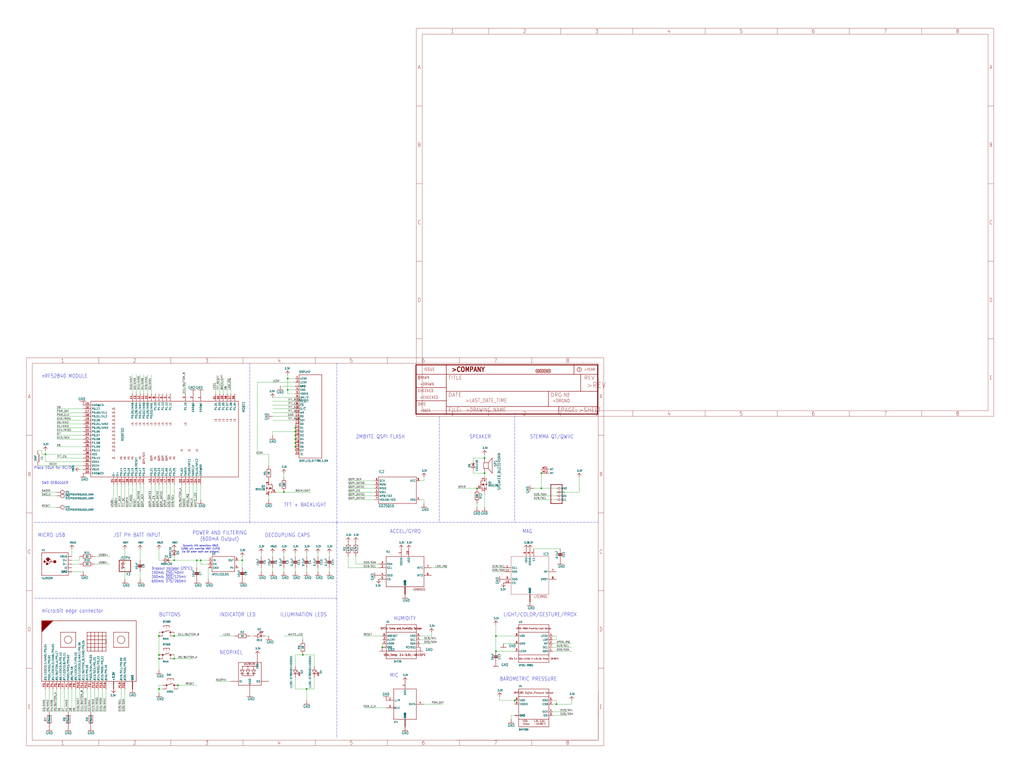
<source format=kicad_sch>
(kicad_sch (version 20211123) (generator eeschema)
  (paper "User" 687.07 520.141)
  (junction (at 190.5 330.2))
  (junction (at 198.12 294.64))
  (junction (at 345.44 469.9))
  (junction (at 106.68 439.42))
  (junction (at 193.04 254))
  (junction (at 116.84 441.96))
  (junction (at 198.12 289.56))
  (junction (at 373.38 472.44))
  (junction (at 256.54 434.34))
  (junction (at 203.2 439.42))
  (junction (at 106.68 426.72))
  (junction (at 198.12 297.18))
  (junction (at 193.04 261.62))
  (junction (at 198.12 292.1))
  (junction (at 119.38 459.74))
  (junction (at 205.74 462.28))
  (junction (at 30.48 304.8))
  (junction (at 162.56 375.92))
  (junction (at 332.74 436.88))
  (junction (at 106.68 462.28))
  (junction (at 116.84 426.72))
  (junction (at 363.22 327.66))
  (junction (at 132.08 375.92))
  (junction (at 198.12 299.72))
  (junction (at 198.12 287.02))
  (junction (at 116.84 375.92))
  (junction (at 134.62 375.92))
  (junction (at 363.22 317.5))
  (junction (at 106.68 441.96))
  (junction (at 325.12 317.5))
  (junction (at 320.04 327.66))
  (junction (at 332.74 426.72))
  (junction (at 325.12 307.34))
  (wire (pts (xy 358.14 335.28) (xy 373.38 335.28)))
  (wire (pts (xy 373.38 332.74) (xy 358.14 332.74)))
  (wire (pts (xy 233.68 332.74) (xy 251.46 332.74)))
  (wire (pts (xy 144.78 264.16) (xy 144.78 256.54)))
  (wire (pts (xy 198.12 287.02) (xy 198.12 289.56)))
  (wire (pts (xy 96.52 340.36) (xy 96.52 325.12)))
  (wire (pts (xy 73.66 378.46) (xy 63.5 378.46)))
  (wire (pts (xy 48.26 375.92) (xy 53.34 375.92)))
  (wire (pts (xy 345.44 480.06) (xy 342.9 480.06)))
  (wire (pts (xy 55.88 289.56) (xy 38.1 289.56)))
  (wire (pts (xy 162.56 375.92) (xy 162.56 373.38)))
  (wire (pts (xy 38.1 340.36) (xy 27.94 340.36)))
  (wire (pts (xy 198.12 383.54) (xy 198.12 381)))
  (wire (pts (xy 198.12 292.1) (xy 198.12 294.64)))
  (wire (pts (xy 281.94 429.26) (xy 289.56 429.26)))
  (wire (pts (xy 55.88 314.96) (xy 53.34 314.96)))
  (wire (pts (xy 198.12 261.62) (xy 193.04 261.62)))
  (polyline (pts (xy 226.06 350.52) (xy 226.06 401.32)))
  (wire (pts (xy 233.68 381) (xy 254 381)))
  (wire (pts (xy 114.3 375.92) (xy 116.84 375.92)))
  (wire (pts (xy 175.26 373.38) (xy 175.26 370.84)))
  (wire (pts (xy 325.12 307.34) (xy 317.5 307.34)))
  (wire (pts (xy 27.94 302.26) (xy 27.94 304.8)))
  (wire (pts (xy 198.12 279.4) (xy 182.88 279.4)))
  (wire (pts (xy 198.12 294.64) (xy 198.12 297.18)))
  (wire (pts (xy 342.9 480.06) (xy 342.9 482.6)))
  (wire (pts (xy 172.72 304.8) (xy 180.34 304.8)))
  (wire (pts (xy 383.54 436.88) (xy 370.84 436.88)))
  (wire (pts (xy 373.38 426.72) (xy 373.38 429.26)))
  (polyline (pts (xy 226.06 350.52) (xy 294.64 350.52)))
  (wire (pts (xy 363.22 314.96) (xy 363.22 317.5)))
  (wire (pts (xy 106.68 375.92) (xy 106.68 368.3)))
  (wire (pts (xy 55.88 304.8) (xy 30.48 304.8)))
  (polyline (pts (xy 167.64 350.52) (xy 167.64 243.84)))
  (wire (pts (xy 358.14 368.3) (xy 375.92 368.3)))
  (wire (pts (xy 101.6 340.36) (xy 101.6 325.12)))
  (wire (pts (xy 210.82 447.04) (xy 210.82 439.42)))
  (wire (pts (xy 55.88 462.28) (xy 55.88 477.52)))
  (wire (pts (xy 93.98 264.16) (xy 93.98 251.46)))
  (wire (pts (xy 119.38 459.74) (xy 132.08 459.74)))
  (wire (pts (xy 83.82 368.3) (xy 83.82 378.46)))
  (wire (pts (xy 251.46 322.58) (xy 233.68 322.58)))
  (wire (pts (xy 27.94 304.8) (xy 30.48 304.8)))
  (wire (pts (xy 198.12 454.66) (xy 198.12 462.28)))
  (wire (pts (xy 109.22 375.92) (xy 106.68 375.92)))
  (wire (pts (xy 198.12 274.32) (xy 182.88 274.32)))
  (wire (pts (xy 116.84 325.12) (xy 116.84 340.36)))
  (wire (pts (xy 198.12 256.54) (xy 172.72 256.54)))
  (wire (pts (xy 114.3 325.12) (xy 114.3 340.36)))
  (wire (pts (xy 238.76 378.46) (xy 238.76 373.38)))
  (wire (pts (xy 55.88 281.94) (xy 38.1 281.94)))
  (wire (pts (xy 284.48 335.28) (xy 284.48 337.82)))
  (wire (pts (xy 320.04 340.36) (xy 320.04 337.82)))
  (wire (pts (xy 111.76 325.12) (xy 111.76 340.36)))
  (wire (pts (xy 332.74 436.88) (xy 332.74 426.72)))
  (wire (pts (xy 53.34 375.92) (xy 53.34 373.38)))
  (wire (pts (xy 63.5 462.28) (xy 63.5 477.52)))
  (wire (pts (xy 345.44 431.8) (xy 337.82 431.8)))
  (wire (pts (xy 193.04 254) (xy 193.04 251.46)))
  (wire (pts (xy 256.54 426.72) (xy 243.84 426.72)))
  (wire (pts (xy 220.98 370.84) (xy 220.98 373.38)))
  (wire (pts (xy 78.74 325.12) (xy 78.74 340.36)))
  (wire (pts (xy 198.12 284.48) (xy 198.12 287.02)))
  (wire (pts (xy 109.22 325.12) (xy 109.22 340.36)))
  (wire (pts (xy 91.44 264.16) (xy 91.44 251.46)))
  (wire (pts (xy 370.84 472.44) (xy 373.38 472.44)))
  (wire (pts (xy 93.98 375.92) (xy 93.98 368.3)))
  (wire (pts (xy 203.2 426.72) (xy 190.5 426.72)))
  (wire (pts (xy 147.32 264.16) (xy 147.32 254)))
  (wire (pts (xy 220.98 381) (xy 220.98 383.54)))
  (wire (pts (xy 106.68 439.42) (xy 106.68 441.96)))
  (wire (pts (xy 55.88 284.48) (xy 38.1 284.48)))
  (wire (pts (xy 50.8 462.28) (xy 50.8 477.52)))
  (wire (pts (xy 48.26 368.3) (xy 48.26 373.38)))
  (wire (pts (xy 99.06 264.16) (xy 99.06 251.46)))
  (wire (pts (xy 203.2 439.42) (xy 198.12 439.42)))
  (wire (pts (xy 317.5 307.34) (xy 317.5 309.88)))
  (wire (pts (xy 149.86 264.16) (xy 149.86 254)))
  (wire (pts (xy 233.68 373.38) (xy 233.68 381)))
  (wire (pts (xy 157.48 426.72) (xy 147.32 426.72)))
  (wire (pts (xy 129.54 325.12) (xy 129.54 340.36)))
  (wire (pts (xy 182.88 271.78) (xy 198.12 271.78)))
  (polyline (pts (xy 167.64 350.52) (xy 226.06 350.52)))
  (wire (pts (xy 205.74 462.28) (xy 210.82 462.28)))
  (wire (pts (xy 55.88 309.88) (xy 30.48 309.88)))
  (wire (pts (xy 205.74 373.38) (xy 205.74 370.84)))
  (wire (pts (xy 55.88 294.64) (xy 38.1 294.64)))
  (wire (pts (xy 345.44 469.9) (xy 335.28 469.9)))
  (wire (pts (xy 76.2 340.36) (xy 76.2 325.12)))
  (wire (pts (xy 317.5 317.5) (xy 325.12 317.5)))
  (wire (pts (xy 116.84 439.42) (xy 116.84 441.96)))
  (wire (pts (xy 132.08 375.92) (xy 134.62 375.92)))
  (wire (pts (xy 73.66 373.38) (xy 63.5 373.38)))
  (wire (pts (xy 180.34 335.28) (xy 180.34 332.74)))
  (wire (pts (xy 320.04 327.66) (xy 307.34 327.66)))
  (wire (pts (xy 198.12 259.08) (xy 187.96 259.08)))
  (wire (pts (xy 106.68 462.28) (xy 106.68 464.82)))
  (wire (pts (xy 86.36 325.12) (xy 86.36 340.36)))
  (wire (pts (xy 289.56 381) (xy 299.72 381)))
  (wire (pts (xy 132.08 375.92) (xy 132.08 381)))
  (polyline (pts (xy 226.06 401.32) (xy 22.86 401.32)))
  (wire (pts (xy 205.74 381) (xy 205.74 383.54)))
  (wire (pts (xy 55.88 307.34) (xy 38.1 307.34)))
  (wire (pts (xy 213.36 370.84) (xy 213.36 373.38)))
  (wire (pts (xy 30.48 309.88) (xy 30.48 304.8)))
  (wire (pts (xy 71.12 462.28) (xy 71.12 477.52)))
  (wire (pts (xy 106.68 424.18) (xy 106.68 426.72)))
  (wire (pts (xy 388.62 330.2) (xy 388.62 320.04)))
  (wire (pts (xy 48.26 462.28) (xy 48.26 477.52)))
  (wire (pts (xy 182.88 276.86) (xy 198.12 276.86)))
  (wire (pts (xy 33.02 462.28) (xy 33.02 477.52)))
  (wire (pts (xy 182.88 289.56) (xy 182.88 292.1)))
  (wire (pts (xy 55.88 312.42) (xy 25.4 312.42)))
  (wire (pts (xy 83.82 325.12) (xy 83.82 340.36)))
  (wire (pts (xy 40.64 462.28) (xy 40.64 477.52)))
  (wire (pts (xy 160.02 375.92) (xy 162.56 375.92)))
  (wire (pts (xy 373.38 327.66) (xy 363.22 327.66)))
  (wire (pts (xy 134.62 375.92) (xy 134.62 378.46)))
  (wire (pts (xy 337.82 381) (xy 330.2 381)))
  (wire (pts (xy 132.08 325.12) (xy 132.08 340.36)))
  (wire (pts (xy 43.18 462.28) (xy 43.18 477.52)))
  (polyline (pts (xy 294.64 350.52) (xy 345.44 350.52)))
  (wire (pts (xy 213.36 383.54) (xy 213.36 381)))
  (wire (pts (xy 55.88 274.32) (xy 38.1 274.32)))
  (wire (pts (xy 284.48 322.58) (xy 284.48 320.04)))
  (wire (pts (xy 370.84 431.8) (xy 383.54 431.8)))
  (wire (pts (xy 284.48 472.44) (xy 297.18 472.44)))
  (wire (pts (xy 198.12 289.56) (xy 182.88 289.56)))
  (wire (pts (xy 233.68 330.2) (xy 251.46 330.2)))
  (wire (pts (xy 124.46 325.12) (xy 124.46 340.36)))
  (polyline (pts (xy 226.06 401.32) (xy 226.06 495.3)))
  (wire (pts (xy 88.9 264.16) (xy 88.9 251.46)))
  (wire (pts (xy 88.9 325.12) (xy 88.9 340.36)))
  (wire (pts (xy 68.58 462.28) (xy 68.58 477.52)))
  (wire (pts (xy 93.98 383.54) (xy 93.98 388.62)))
  (wire (pts (xy 81.28 462.28) (xy 81.28 477.52)))
  (wire (pts (xy 198.12 370.84) (xy 198.12 373.38)))
  (wire (pts (xy 370.84 469.9) (xy 373.38 469.9)))
  (wire (pts (xy 198.12 266.7) (xy 182.88 266.7)))
  (wire (pts (xy 121.92 325.12) (xy 121.92 340.36)))
  (wire (pts (xy 58.42 462.28) (xy 58.42 477.52)))
  (wire (pts (xy 38.1 276.86) (xy 55.88 276.86)))
  (polyline (pts (xy 22.86 350.52) (xy 167.64 350.52)))
  (polyline (pts (xy 226.06 350.52) (xy 226.06 243.84)))
  (wire (pts (xy 81.28 325.12) (xy 81.28 340.36)))
  (polyline (pts (xy 345.44 350.52) (xy 401.32 350.52)))
  (wire (pts (xy 116.84 373.38) (xy 116.84 375.92)))
  (wire (pts (xy 233.68 335.28) (xy 251.46 335.28)))
  (wire (pts (xy 332.74 426.72) (xy 332.74 419.1)))
  (wire (pts (xy 281.94 426.72) (xy 289.56 426.72)))
  (wire (pts (xy 259.08 474.98) (xy 243.84 474.98)))
  (wire (pts (xy 373.38 472.44) (xy 383.54 472.44)))
  (wire (pts (xy 345.44 472.44) (xy 345.44 469.9)))
  (wire (pts (xy 139.7 381) (xy 139.7 388.62)))
  (wire (pts (xy 116.84 424.18) (xy 116.84 426.72)))
  (wire (pts (xy 134.62 335.28) (xy 134.62 325.12)))
  (wire (pts (xy 109.22 462.28) (xy 106.68 462.28)))
  (wire (pts (xy 345.44 436.88) (xy 332.74 436.88)))
  (wire (pts (xy 25.4 302.26) (xy 27.94 302.26)))
  (wire (pts (xy 210.82 462.28) (xy 210.82 454.66)))
  (wire (pts (xy 251.46 325.12) (xy 233.68 325.12)))
  (wire (pts (xy 104.14 340.36) (xy 104.14 325.12)))
  (wire (pts (xy 198.12 289.56) (xy 198.12 292.1)))
  (wire (pts (xy 106.68 441.96) (xy 106.68 449.58)))
  (wire (pts (xy 134.62 375.92) (xy 139.7 375.92)))
  (wire (pts (xy 325.12 304.8) (xy 325.12 307.34)))
  (wire (pts (xy 325.12 320.04) (xy 325.12 317.5)))
  (wire (pts (xy 281.94 431.8) (xy 289.56 431.8)))
  (wire (pts (xy 363.22 317.5) (xy 363.22 327.66)))
  (wire (pts (xy 154.94 264.16) (xy 154.94 254)))
  (wire (pts (xy 182.88 381) (xy 182.88 383.54)))
  (wire (pts (xy 93.98 340.36) (xy 93.98 325.12)))
  (wire (pts (xy 55.88 279.4) (xy 38.1 279.4)))
  (wire (pts (xy 38.1 462.28) (xy 38.1 477.52)))
  (wire (pts (xy 96.52 264.16) (xy 96.52 251.46)))
  (wire (pts (xy 289.56 426.72) (xy 289.56 424.18)))
  (wire (pts (xy 193.04 264.16) (xy 193.04 261.62)))
  (wire (pts (xy 38.1 330.2) (xy 27.94 330.2)))
  (wire (pts (xy 363.22 327.66) (xy 358.14 327.66)))
  (wire (pts (xy 373.38 469.9) (xy 373.38 472.44)))
  (wire (pts (xy 335.28 469.9) (xy 335.28 467.36)))
  (wire (pts (xy 154.94 457.2) (xy 144.78 457.2)))
  (wire (pts (xy 198.12 264.16) (xy 193.04 264.16)))
  (wire (pts (xy 210.82 439.42) (xy 203.2 439.42)))
  (wire (pts (xy 48.26 383.54) (xy 55.88 383.54)))
  (wire (pts (xy 281.94 322.58) (xy 284.48 322.58)))
  (wire (pts (xy 101.6 264.16) (xy 101.6 251.46)))
  (wire (pts (xy 317.5 314.96) (xy 317.5 317.5)))
  (wire (pts (xy 198.12 297.18) (xy 198.12 299.72)))
  (wire (pts (xy 383.54 434.34) (xy 370.84 434.34)))
  (wire (pts (xy 370.84 477.52) (xy 381 477.52)))
  (wire (pts (xy 139.7 378.46) (xy 134.62 378.46)))
  (wire (pts (xy 205.74 462.28) (xy 205.74 469.9)))
  (wire (pts (xy 162.56 381) (xy 162.56 375.92)))
  (wire (pts (xy 190.5 330.2) (xy 208.28 330.2)))
  (wire (pts (xy 27.94 332.74) (xy 38.1 332.74)))
  (wire (pts (xy 124.46 264.16) (xy 124.46 256.54)))
  (wire (pts (xy 175.26 381) (xy 175.26 383.54)))
  (wire (pts (xy 83.82 462.28) (xy 83.82 477.52)))
  (wire (pts (xy 198.12 462.28) (xy 205.74 462.28)))
  (wire (pts (xy 55.88 299.72) (xy 38.1 299.72)))
  (wire (pts (xy 330.2 383.54) (xy 337.82 383.54)))
  (wire (pts (xy 190.5 317.5) (xy 190.5 320.04)))
  (wire (pts (xy 60.96 462.28) (xy 60.96 477.52)))
  (wire (pts (xy 83.82 388.62) (xy 83.82 381)))
  (wire (pts (xy 203.2 429.26) (xy 203.2 426.72)))
  (wire (pts (xy 193.04 261.62) (xy 193.04 254)))
  (wire (pts (xy 281.94 335.28) (xy 284.48 335.28)))
  (polyline (pts (xy 345.44 276.86) (xy 345.44 350.52)))
  (wire (pts (xy 256.54 431.8) (xy 256.54 434.34)))
  (wire (pts (xy 198.12 439.42) (xy 198.12 447.04)))
  (wire (pts (xy 198.12 269.24) (xy 182.88 269.24)))
  (wire (pts (xy 30.48 462.28) (xy 30.48 477.52)))
  (wire (pts (xy 116.84 441.96) (xy 129.54 441.96)))
  (wire (pts (xy 383.54 472.44) (xy 383.54 469.9)))
  (wire (pts (xy 182.88 281.94) (xy 198.12 281.94)))
  (wire (pts (xy 106.68 426.72) (xy 106.68 439.42)))
  (wire (pts (xy 109.22 459.74) (xy 106.68 459.74)))
  (wire (pts (xy 172.72 256.54) (xy 172.72 304.8)))
  (wire (pts (xy 66.04 477.52) (xy 66.04 462.28)))
  (wire (pts (xy 233.68 327.66) (xy 251.46 327.66)))
  (wire (pts (xy 345.44 426.72) (xy 332.74 426.72)))
  (wire (pts (xy 48.26 378.46) (xy 53.34 378.46)))
  (wire (pts (xy 254 378.46) (xy 238.76 378.46)))
  (wire (pts (xy 119.38 459.74) (xy 119.38 462.28)))
  (wire (pts (xy 190.5 381) (xy 190.5 383.54)))
  (wire (pts (xy 198.12 254) (xy 193.04 254)))
  (wire (pts (xy 152.4 264.16) (xy 152.4 254)))
  (wire (pts (xy 185.42 330.2) (xy 190.5 330.2)))
  (wire (pts (xy 373.38 330.2) (xy 388.62 330.2)))
  (wire (pts (xy 198.12 299.72) (xy 198.12 302.26)))
  (wire (pts (xy 106.68 325.12) (xy 106.68 340.36)))
  (wire (pts (xy 127 325.12) (xy 127 340.36)))
  (wire (pts (xy 106.68 459.74) (xy 106.68 462.28)))
  (wire (pts (xy 180.34 312.42) (xy 180.34 304.8)))
  (wire (pts (xy 45.72 462.28) (xy 45.72 477.52)))
  (wire (pts (xy 116.84 426.72) (xy 129.54 426.72)))
  (wire (pts (xy 38.1 287.02) (xy 55.88 287.02)))
  (polyline (pts (xy 294.64 279.4) (xy 294.64 350.52)))
  (wire (pts (xy 91.44 325.12) (xy 91.44 340.36)))
  (wire (pts (xy 370.84 480.06) (xy 381 480.06)))
  (wire (pts (xy 373.38 429.26) (xy 370.84 429.26)))
  (wire (pts (xy 55.88 292.1) (xy 38.1 292.1)))
  (wire (pts (xy 35.56 462.28) (xy 35.56 477.52)))
  (wire (pts (xy 180.34 426.72) (xy 177.8 426.72)))
  (wire (pts (xy 53.34 462.28) (xy 53.34 477.52)))
  (wire (pts (xy 325.12 330.2) (xy 325.12 340.36)))
  (wire (pts (xy 182.88 373.38) (xy 182.88 370.84)))
  (wire (pts (xy 170.18 426.72) (xy 167.64 426.72)))
  (wire (pts (xy 116.84 375.92) (xy 132.08 375.92)))
  (wire (pts (xy 370.84 426.72) (xy 373.38 426.72)))
  (wire (pts (xy 190.5 373.38) (xy 190.5 370.84)))
  (wire (pts (xy 30.48 304.8) (xy 30.48 302.26)))
  (text "DECOUPLING CAPS" (at 177.8 360.68 180) (effects (font (size 2.54 2.159)) (justify left bottom)))
  (text "MIC" (at 261.62 454.66 180) (effects (font (size 2.54 2.159)) (justify left bottom)))
  (text "NEOPIXEL" (at 147.32 439.42 180) (effects (font (size 2.54 2.159)) (justify left bottom)))
  (text "INDICATOR LED" (at 147.32 414.02 180) (effects (font (size 2.54 2.159)) (justify left bottom)))
  (text "Dropout Voltage (25°C):\n100mA: ~{250/}40mV\n300mA: ~{300/}125mV\n600mA: ~{375/}260mV" (at 101.6 391.16 0) (effects (font (size 1.778 1.5113)) (justify left bottom)))
  (text "STEMMA QT/QWIIC" (at 355.6 294.64 180) (effects (font (size 2.54 2.159)) (justify left bottom)))
  (text "micro:bit edge connector" (at 27.94 411.48 180) (effects (font (size 2.54 2.159)) (justify left bottom)))
  (text "SPEAKER" (at 314.96 294.64 180) (effects (font (size 2.54 2.159)) (justify left bottom)))
  (text "Place 10uH for DC/DC" (at 22.86 314.96 180) (effects (font (size 1.778 1.5113)) (justify left bottom)))
  (text "ILLUMINATION LEDS" (at 187.96 414.02 180) (effects (font (size 2.54 2.159)) (justify left bottom)))
  (text "LIGHT/COLOR/GESTURE/PROX" (at 337.82 414.02 180) (effects (font (size 2.54 2.159)) (justify left bottom)))
  (text "HUMIDITY" (at 264.16 416.56 180) (effects (font (size 2.54 2.159)) (justify left bottom)))
  (text "nRF52840 MODULE" (at 27.94 254 180) (effects (font (size 2.54 2.159)) (justify left bottom)))
  (text "Dynamic VIN selection: VBUS\n(USB) will override VBAT (LIPO)\nvia D5 when both are present." (at 134.62 368.3 0) (effects (font (size 1.27 1.0795))))
  (text "SWD DEBUGGER" (at 27.94 325.12 180) (effects (font (size 1.778 1.5113)) (justify left bottom)))
  (text "POWER AND FILTERING\n(600mA Output)" (at 147.32 363.22 180) (effects (font (size 2.54 2.159)) (justify bottom)))
  (text "2MBYTE QSPI FLASH" (at 238.76 294.64 180) (effects (font (size 2.54 2.159)) (justify left bottom)))
  (text "ACCEL/GYRO" (at 261.62 358.14 180) (effects (font (size 2.54 2.159)) (justify left bottom)))
  (text "BAROMETRIC PRESSURE" (at 335.28 457.2 180) (effects (font (size 2.54 2.159)) (justify left bottom)))
  (text "MICRO USB" (at 25.4 360.68 180) (effects (font (size 2.54 2.159)) (justify left bottom)))
  (text "TFT + BACKLIGHT" (at 190.5 340.36 180) (effects (font (size 2.54 2.159)) (justify left bottom)))
  (text "MAG" (at 350.52 358.14 180) (effects (font (size 2.54 2.159)) (justify left bottom)))
  (text "JST PH BATT INPUT" (at 76.2 360.68 180) (effects (font (size 2.54 2.159)) (justify left bottom)))
  (text "BUTTONS" (at 106.68 414.02 180) (effects (font (size 2.54 2.159)) (justify left bottom)))
  (label "SPKR" (at 307.34 327.66 0) (effects (font (size 1.2446 1.2446))))
  (label "D13/SCK" (at 38.1 294.64 0) (effects (font (size 1.2446 1.2446))))
  (label "D20/SDA" (at 114.3 340.36 90) (effects (font (size 1.2446 1.2446))))
  (label "D20/SDA" (at 83.82 477.52 90) (effects (font (size 1.2446 1.2446))))
  (label "D19/SCL" (at 373.38 434.34 0) (effects (font (size 1.2446 1.2446))))
  (label "D14/MISO" (at 38.1 289.56 0) (effects (font (size 1.2446 1.2446))))
  (label "D20/SDA" (at 284.48 431.8 0) (effects (font (size 1.2446 1.2446))))
  (label "SWCLK" (at 129.54 340.36 90) (effects (font (size 1.2446 1.2446))))
  (label "TFT_DC" (at 193.04 276.86 0) (effects (font (size 1.2446 1.2446))))
  (label "LEDK" (at 176.53 304.8 180) (effects (font (size 1.2446 1.2446))))
  (label "D0/AIN2" (at 38.1 284.48 0) (effects (font (size 1.2446 1.2446))))
  (label "D2/AIN4" (at 101.6 261.62 90) (effects (font (size 1.2446 1.2446))))
  (label "TFT_RESET" (at 147.32 261.62 90) (effects (font (size 1.2446 1.2446))))
  (label "D20/SDA" (at 330.2 383.54 0) (effects (font (size 1.2446 1.2446))))
  (label "D14/MISO" (at 66.04 477.52 90) (effects (font (size 1.2446 1.2446))))
  (label "LEDK" (at 182.88 256.54 0) (effects (font (size 1.2446 1.2446))))
  (label "APDS_IRQ" (at 127 340.36 90) (effects (font (size 1.2446 1.2446))))
  (label "QSPI_DATA3" (at 233.68 335.28 0) (effects (font (size 1.2446 1.2446))))
  (label "D9" (at 50.8 477.52 90) (effects (font (size 1.2446 1.2446))))
  (label "TFT_RESET" (at 193.04 269.24 0) (effects (font (size 1.2446 1.2446))))
  (label "NEOPIX" (at 144.78 457.2 0) (effects (font (size 1.2446 1.2446))))
  (label "D11/BUTTON_B" (at 55.88 477.52 90) (effects (font (size 1.2446 1.2446))))
  (label "D20/SDA" (at 358.14 332.74 0) (effects (font (size 1.2446 1.2446))))
  (label "D6" (at 40.64 477.52 90) (effects (font (size 1.2446 1.2446))))
  (label "TFT_MOSI" (at 193.04 281.94 0) (effects (font (size 1.2446 1.2446))))
  (label "PDM_CLK" (at 38.1 279.4 0) (effects (font (size 1.2446 1.2446))))
  (label "D11/BUTTON_B" (at 119.38 426.72 0) (effects (font (size 1.2446 1.2446))))
  (label "D19/SCL" (at 243.84 381 0) (effects (font (size 1.2446 1.2446))))
  (label "D5/BUTTON_A" (at 119.38 441.96 0) (effects (font (size 1.2446 1.2446))))
  (label "D4/AIN6" (at 35.56 477.52 90) (effects (font (size 1.2446 1.2446))))
  (label "QSPI_DATA1" (at 233.68 327.66 0) (effects (font (size 1.2446 1.2446))))
  (label "QSPI_DATA3" (at 101.6 340.36 90) (effects (font (size 1.2446 1.2446))))
  (label "USBD-" (at 76.2 340.36 90) (effects (font (size 1.2446 1.2446))))
  (label "D7" (at 43.18 477.52 90) (effects (font (size 1.2446 1.2446))))
  (label "USBD+" (at 66.04 373.38 0) (effects (font (size 1.2446 1.2446))))
  (label "PDM_DAT" (at 38.1 276.86 0) (effects (font (size 1.2446 1.2446))))
  (label "TFT_SCK" (at 81.28 340.36 90) (effects (font (size 1.2446 1.2446))))
  (label "BACKLIGHT" (at 208.28 330.2 180) (effects (font (size 1.2446 1.2446))))
  (label "D9" (at 38.1 274.32 0) (effects (font (size 1.2446 1.2446))))
  (label "GND" (at 193.04 279.4 0) (effects (font (size 1.2446 1.2446))))
  (label "QSPI_DATA1" (at 109.22 340.36 90) (effects (font (size 1.2446 1.2446))))
  (label "SWDIO" (at 27.94 330.2 0) (effects (font (size 1.2446 1.2446))))
  (label "NEOPIX" (at 86.36 340.36 90) (effects (font (size 1.2446 1.2446))))
  (label "APDS_IRQ" (at 373.38 431.8 0) (effects (font (size 1.2446 1.2446))))
  (label "D1/AIN3" (at 45.72 477.52 90) (effects (font (size 1.2446 1.2446))))
  (label "D5/BUTTON_A" (at 121.92 340.36 90) (effects (font (size 1.2446 1.2446))))
  (label "DCCH" (at 33.02 312.42 0) (effects (font (size 1.2446 1.2446))))
  (label "SWCLK" (at 27.94 332.74 0) (effects (font (size 1.2446 1.2446))))
  (label "TFT_CS" (at 193.04 271.78 0) (effects (font (size 1.2446 1.2446))))
  (label "LED1" (at 149.86 426.72 0) (effects (font (size 1.2446 1.2446))))
  (label "D20/SDA" (at 373.38 436.88 0) (effects (font (size 1.2446 1.2446))))
  (label "PDM_CLK" (at 243.84 474.98 0) (effects (font (size 1.2446 1.2446))))
  (label "QSPI_CS" (at 104.14 340.36 90) (effects (font (size 1.2446 1.2446))))
  (label "LED1" (at 144.78 261.62 90) (effects (font (size 1.2446 1.2446))))
  (label "D11/BUTTON_B" (at 124.46 264.16 90) (effects (font (size 1.2446 1.2446))))
  (label "D15/MOSI" (at 38.1 281.94 0) (effects (font (size 1.2446 1.2446))))
  (label "D12/AIN0" (at 93.98 261.62 90) (effects (font (size 1.2446 1.2446))))
  (label "D4/AIN6" (at 96.52 261.62 90) (effects (font (size 1.2446 1.2446))))
  (label "QSPI_DATA0" (at 93.98 340.36 90) (effects (font (size 1.2446 1.2446))))
  (label "D2/AIN4" (at 60.96 477.52 90) (effects (font (size 1.2446 1.2446))))
  (label "D19/SCL" (at 284.48 429.26 0) (effects (font (size 1.2446 1.2446))))
  (label "SPKR" (at 111.76 340.36 90) (effects (font (size 1.2446 1.2446))))
  (label "QSPI_DATA0" (at 233.68 325.12 0) (effects (font (size 1.2446 1.2446))))
  (label "D19/SCL" (at 330.2 381 0) (effects (font (size 1.2446 1.2446))))
  (label "USBD+" (at 78.74 340.36 90) (effects (font (size 1.2446 1.2446))))
  (label "WHITE_LED" (at 132.08 340.36 90) (effects (font (size 1.2446 1.2446))))
  (label "D7" (at 38.1 292.1 0) (effects (font (size 1.2446 1.2446))))
  (label "D16/AIN1" (at 99.06 261.62 90) (effects (font (size 1.2446 1.2446))))
  (label "D5/BUTTON_A" (at 38.1 477.52 90) (effects (font (size 1.2446 1.2446))))
  (label "D20/SDA" (at 375.92 480.06 0) (effects (font (size 1.2446 1.2446))))
  (label "D19/SCL" (at 81.28 477.52 90) (effects (font (size 1.2446 1.2446))))
  (label "RESET" (at 91.44 340.36 90) (effects (font (size 1.2446 1.2446))))
  (label "D19/SCL" (at 358.14 335.28 0) (effects (font (size 1.2446 1.2446))))
  (label "D8" (at 48.26 477.52 90) (effects (font (size 1.2446 1.2446))))
  (label "QSPI_SCK" (at 233.68 322.58 0) (effects (font (size 1.2446 1.2446))))
  (label "D13/SCK" (at 63.5 477.52 90) (effects (font (size 1.2446 1.2446))))
  (label "LSM_IRQ" (at 292.1 381 0) (effects (font (size 1.2446 1.2446))))
  (label "PDM_DAT" (at 289.56 472.44 0) (effects (font (size 1.2446 1.2446))))
  (label "D0/AIN2" (at 33.02 477.52 90) (effects (font (size 1.2446 1.2446))))
  (label "D12/AIN0" (at 58.42 477.52 90) (effects (font (size 1.2446 1.2446))))
  (label "D10/AIN7" (at 88.9 261.62 90) (effects (font (size 1.2446 1.2446))))
  (label "TFT_DC" (at 83.82 340.36 90) (effects (font (size 1.2446 1.2446))))
  (label "WHITE_LED" (at 203.2 426.72 180) (effects (font (size 1.2446 1.2446))))
  (label "TFT_MOSI" (at 88.9 340.36 90) (effects (font (size 1.2446 1.2446))))
  (label "TFT_CS" (at 38.1 307.34 0) (effects (font (size 1.2446 1.2446))))
  (label "D3/AIN5" (at 91.44 261.62 90) (effects (font (size 1.2446 1.2446))))
  (label "USBD-" (at 66.04 378.46 0) (effects (font (size 1.2446 1.2446))))
  (label "QSPI_SCK" (at 96.52 340.36 90) (effects (font (size 1.2446 1.2446))))
  (label "D20/SDA" (at 243.84 378.46 0) (effects (font (size 1.2446 1.2446))))
  (label "D15/MOSI" (at 68.58 477.52 90) (effects (font (size 1.2446 1.2446))))
  (label "RESET" (at 124.46 459.74 0) (effects (font (size 1.2446 1.2446))))
  (label "D1/AIN3" (at 38.1 287.02 0) (effects (font (size 1.2446 1.2446))))
  (label "SWDIO" (at 124.46 340.36 90) (effects (font (size 1.2446 1.2446))))
  (label "D6" (at 38.1 299.72 0) (effects (font (size 1.2446 1.2446))))
  (label "D19/SCL" (at 375.92 477.52 0) (effects (font (size 1.2446 1.2446))))
  (label "D16/AIN1" (at 71.12 477.52 90) (effects (font (size 1.2446 1.2446))))
  (label "QSPI_DATA2" (at 233.68 332.74 0) (effects (font (size 1.2446 1.2446))))
  (label "LSM_IRQ" (at 154.94 261.62 90) (effects (font (size 1.2446 1.2446))))
  (label "BACKLIGHT" (at 149.86 261.62 90) (effects (font (size 1.2446 1.2446))))
  (label "QSPI_DATA2" (at 106.68 340.36 90) (effects (font (size 1.2446 1.2446))))
  (label "D3/AIN5" (at 30.48 477.52 90) (effects (font (size 1.2446 1.2446))))
  (label "RESET" (at 27.94 340.36 0) (effects (font (size 1.2446 1.2446))))
  (label "QSPI_CS" (at 233.68 330.2 0) (effects (font (size 1.2446 1.2446))))
  (label "D10/AIN7" (at 53.34 477.52 90) (effects (font (size 1.2446 1.2446))))
  (label "RESET" (at 243.84 426.72 0) (effects (font (size 1.2446 1.2446))))
  (label "TFT_SCK" (at 193.04 274.32 0) (effects (font (size 1.2446 1.2446))))
  (label "D8" (at 152.4 261.62 90) (effects (font (size 1.2446 1.2446))))
  (label "D19/SCL" (at 116.84 340.36 90) (effects (font (size 1.2446 1.2446))))
  (symbol (lib_id "schematicEagle-eagle-import:3.3V") (at 289.56 421.64 0) (unit 1)
    (property "Reference" "#U$50" (effects hide))
    (property "Value" "3.3V" (at 288.036 420.624 0) (effects (font (size 1.27 1.0795)) (justify left bottom)))
    (property "Footprint" "schematicEagle:" (effects hide))
  )
  (symbol (lib_id "schematicEagle-eagle-import:GND") (at 106.68 467.36 0) (unit 1)
    (property "Reference" "#U$2" (effects hide))
    (property "Value" "GND" (at 105.156 469.9 0) (effects (font (size 1.778 1.5113)) (justify left bottom)))
    (property "Footprint" "schematicEagle:" (effects hide))
  )
  (symbol (lib_id "schematicEagle-eagle-import:VREG_SOT23-5") (at 149.86 378.46 0) (unit 1)
    (property "Reference" "U2" (at 142.24 372.364 0) (effects (font (size 1.27 1.0795)) (justify left bottom)))
    (property "Value" "AP2112(3.3V)" (at 142.24 386.08 0) (effects (font (size 1.27 1.0795)) (justify left bottom)))
    (property "Footprint" "schematicEagle:SOT23-5" (effects hide))
  )
  (symbol (lib_id "schematicEagle-eagle-import:SHT3X") (at 269.24 429.26 0) (unit 1)
    (property "Reference" "U1" (at 259.08 417.83 0) (effects (font (size 1.27 1.0795)) (justify left bottom)))
    (property "Value" "SHT30" (at 264.16 444.5 0) (effects (font (size 1.27 1.0795)) (justify left bottom)))
    (property "Footprint" "schematicEagle:SHT3X" (effects hide))
  )
  (symbol (lib_id "schematicEagle-eagle-import:GND") (at 251.46 386.08 270) (unit 1)
    (property "Reference" "#U$36" (effects hide))
    (property "Value" "GND" (at 248.92 384.556 0) (effects (font (size 1.778 1.5113)) (justify left bottom)))
    (property "Footprint" "schematicEagle:" (effects hide))
  )
  (symbol (lib_id "schematicEagle-eagle-import:VBUS") (at 50.8 314.96 90) (unit 1)
    (property "Reference" "#U$23" (effects hide))
    (property "Value" "VBUS" (at 49.784 316.484 0) (effects (font (size 1.27 1.0795)) (justify left bottom)))
    (property "Footprint" "schematicEagle:" (effects hide))
  )
  (symbol (lib_id "schematicEagle-eagle-import:STEMMA_I2C_QT") (at 363.22 317.5 0) (unit 3)
    (property "Reference" "CONN1" (effects hide))
    (property "Value" "STEMMA_I2C_QT" (effects hide))
    (property "Footprint" "schematicEagle:JST_SH4" (effects hide))
  )
  (symbol (lib_id "schematicEagle-eagle-import:GND") (at 332.74 447.04 0) (unit 1)
    (property "Reference" "#U$39" (effects hide))
    (property "Value" "GND" (at 336.296 447.04 0) (effects (font (size 1.778 1.5113)) (justify left bottom)))
    (property "Footprint" "schematicEagle:" (effects hide))
  )
  (symbol (lib_id "schematicEagle-eagle-import:GND") (at 33.02 490.22 0) (mirror y) (unit 1)
    (property "Reference" "#GND10" (effects hide))
    (property "Value" "GND" (at 35.56 492.76 0) (effects (font (size 1.778 1.5113)) (justify left bottom)))
    (property "Footprint" "schematicEagle:" (effects hide))
  )
  (symbol (lib_id "schematicEagle-eagle-import:BMP280") (at 358.14 474.98 0) (unit 1)
    (property "Reference" "U4" (at 347.98 461.01 0) (effects (font (size 1.27 1.0795)) (justify left bottom)))
    (property "Value" "BMP280" (at 347.98 490.22 0) (effects (font (size 1.27 1.0795)) (justify left bottom)))
    (property "Footprint" "schematicEagle:BMP280" (effects hide))
  )
  (symbol (lib_id "schematicEagle-eagle-import:CAP_CERAMIC0603_NO") (at 198.12 375.92 180) (unit 1)
    (property "Reference" "C11" (at 200.41 377.17 90))
    (property "Value" "0.1uF" (at 195.82 377.17 90))
    (property "Footprint" "schematicEagle:0603-NO" (effects hide))
  )
  (symbol (lib_id "schematicEagle-eagle-import:3.3V") (at 325.12 302.26 0) (unit 1)
    (property "Reference" "#U$17" (effects hide))
    (property "Value" "3.3V" (at 323.596 301.244 0) (effects (font (size 1.27 1.0795)) (justify left bottom)))
    (property "Footprint" "schematicEagle:" (effects hide))
  )
  (symbol (lib_id "schematicEagle-eagle-import:GND") (at 355.6 406.4 0) (unit 1)
    (property "Reference" "#U$27" (effects hide))
    (property "Value" "GND" (at 354.076 408.94 0) (effects (font (size 1.778 1.5113)) (justify left bottom)))
    (property "Footprint" "schematicEagle:" (effects hide))
  )
  (symbol (lib_id "schematicEagle-eagle-import:GND") (at 162.56 391.16 0) (unit 1)
    (property "Reference" "#U$5" (effects hide))
    (property "Value" "GND" (at 161.036 393.7 0) (effects (font (size 1.778 1.5113)) (justify left bottom)))
    (property "Footprint" "schematicEagle:" (effects hide))
  )
  (symbol (lib_id "schematicEagle-eagle-import:LED0603_NOOUTLINE") (at 175.26 426.72 0) (unit 1)
    (property "Reference" "D2" (at 173.99 422.275 0))
    (property "Value" "RED" (at 173.99 429.514 0))
    (property "Footprint" "schematicEagle:CHIPLED_0603_NOOUTLINE" (effects hide))
  )
  (symbol (lib_id "schematicEagle-eagle-import:GND") (at 213.36 386.08 0) (unit 1)
    (property "Reference" "#U$9" (effects hide))
    (property "Value" "GND" (at 211.836 388.62 0) (effects (font (size 1.778 1.5113)) (justify left bottom)))
    (property "Footprint" "schematicEagle:" (effects hide))
  )
  (symbol (lib_id "schematicEagle-eagle-import:GND") (at 134.62 337.82 0) (unit 1)
    (property "Reference" "#U$54" (effects hide))
    (property "Value" "GND" (at 133.096 340.36 0) (effects (font (size 1.778 1.5113)) (justify left bottom)))
    (property "Footprint" "schematicEagle:" (effects hide))
  )
  (symbol (lib_id "schematicEagle-eagle-import:GND") (at 182.88 294.64 0) (mirror y) (unit 1)
    (property "Reference" "#GND7" (effects hide))
    (property "Value" "GND" (at 185.42 297.18 0) (effects (font (size 1.778 1.5113)) (justify left bottom)))
    (property "Footprint" "schematicEagle:" (effects hide))
  )
  (symbol (lib_id "schematicEagle-eagle-import:FIDUCIAL_1MM") (at 360.68 248.92 90) (unit 1)
    (property "Reference" "FID4" (effects hide))
    (property "Value" "FIDUCIAL_1MM" (effects hide))
    (property "Footprint" "schematicEagle:FIDUCIAL_1MM" (effects hide))
  )
  (symbol (lib_id "schematicEagle-eagle-import:3.3V") (at 233.68 360.68 0) (unit 1)
    (property "Reference" "#U$45" (effects hide))
    (property "Value" "3.3V" (at 232.156 359.664 0) (effects (font (size 1.27 1.0795)) (justify left bottom)))
    (property "Footprint" "schematicEagle:" (effects hide))
  )
  (symbol (lib_id "schematicEagle-eagle-import:GND") (at 342.9 485.14 0) (mirror y) (unit 1)
    (property "Reference" "#GND1" (effects hide))
    (property "Value" "GND" (at 345.44 487.68 0) (effects (font (size 1.778 1.5113)) (justify left bottom)))
    (property "Footprint" "schematicEagle:" (effects hide))
  )
  (symbol (lib_id "schematicEagle-eagle-import:VBUS") (at 106.68 365.76 0) (unit 1)
    (property "Reference" "#U$13" (effects hide))
    (property "Value" "VBUS" (at 105.156 364.744 0) (effects (font (size 1.27 1.0795)) (justify left bottom)))
    (property "Footprint" "schematicEagle:" (effects hide))
  )
  (symbol (lib_id "schematicEagle-eagle-import:CAP_CERAMIC0603_NO") (at 213.36 375.92 180) (unit 1)
    (property "Reference" "C10" (at 215.65 377.17 90))
    (property "Value" "0.1uF" (at 211.06 377.17 90))
    (property "Footprint" "schematicEagle:0603-NO" (effects hide))
  )
  (symbol (lib_id "schematicEagle-eagle-import:GND") (at 205.74 386.08 0) (unit 1)
    (property "Reference" "#U$31" (effects hide))
    (property "Value" "GND" (at 204.216 388.62 0) (effects (font (size 1.778 1.5113)) (justify left bottom)))
    (property "Footprint" "schematicEagle:" (effects hide))
  )
  (symbol (lib_id "schematicEagle-eagle-import:3.3V") (at 162.56 370.84 0) (unit 1)
    (property "Reference" "#U$11" (effects hide))
    (property "Value" "3.3V" (at 161.036 369.824 0) (effects (font (size 1.27 1.0795)) (justify left bottom)))
    (property "Footprint" "schematicEagle:" (effects hide))
  )
  (symbol (lib_id "schematicEagle-eagle-import:3.3V") (at 30.48 299.72 0) (unit 1)
    (property "Reference" "#U$47" (effects hide))
    (property "Value" "3.3V" (at 28.956 298.704 0) (effects (font (size 1.27 1.0795)) (justify left bottom)))
    (property "Footprint" "schematicEagle:" (effects hide))
  )
  (symbol (lib_id "schematicEagle-eagle-import:MOSFET-NWIDE") (at 182.88 327.66 0) (mirror y) (unit 1)
    (property "Reference" "Q3" (at 177.8 327.025 0) (effects (font (size 1.27 1.0795)) (justify left bottom)))
    (property "Value" "BSS138" (at 177.8 328.93 0) (effects (font (size 1.27 1.0795)) (justify left bottom)))
    (property "Footprint" "schematicEagle:SOT23-WIDE" (effects hide))
  )
  (symbol (lib_id "schematicEagle-eagle-import:3.3V") (at 254 391.16 180) (unit 1)
    (property "Reference" "#U$24" (effects hide))
    (property "Value" "3.3V" (at 255.524 392.176 0) (effects (font (size 1.27 1.0795)) (justify left bottom)))
    (property "Footprint" "schematicEagle:" (effects hide))
  )
  (symbol (lib_id "schematicEagle-eagle-import:MDBT50") (at 111.76 294.64 270) (unit 1)
    (property "Reference" "MDBT1" (at 162.56 269.24 0) (effects (font (size 1.778 1.5113)) (justify left bottom)))
    (property "Value" "MDBT50" (at 81.28 287.02 0) (effects (font (size 1.778 1.5113)) (justify left bottom)))
    (property "Footprint" "schematicEagle:MDBT50" (effects hide))
  )
  (symbol (lib_id "schematicEagle-eagle-import:GND") (at 167.64 467.36 0) (unit 1)
    (property "Reference" "#U$60" (effects hide))
    (property "Value" "GND" (at 166.116 469.9 0) (effects (font (size 1.778 1.5113)) (justify left bottom)))
    (property "Footprint" "schematicEagle:" (effects hide))
  )
  (symbol (lib_id "schematicEagle-eagle-import:GND") (at 375.92 378.46 0) (unit 1)
    (property "Reference" "#U$38" (effects hide))
    (property "Value" "GND" (at 374.396 381 0) (effects (font (size 1.778 1.5113)) (justify left bottom)))
    (property "Footprint" "schematicEagle:" (effects hide))
  )
  (symbol (lib_id "schematicEagle-eagle-import:GND") (at 220.98 386.08 0) (unit 1)
    (property "Reference" "#U$73" (effects hide))
    (property "Value" "GND" (at 219.456 388.62 0) (effects (font (size 1.778 1.5113)) (justify left bottom)))
    (property "Footprint" "schematicEagle:" (effects hide))
  )
  (symbol (lib_id "schematicEagle-eagle-import:GND") (at 205.74 472.44 0) (mirror y) (unit 1)
    (property "Reference" "#GND9" (effects hide))
    (property "Value" "GND" (at 208.28 474.98 0) (effects (font (size 1.778 1.5113)) (justify left bottom)))
    (property "Footprint" "schematicEagle:" (effects hide))
  )
  (symbol (lib_id "schematicEagle-eagle-import:GND") (at 271.78 401.32 0) (unit 1)
    (property "Reference" "#U$26" (effects hide))
    (property "Value" "GND" (at 270.256 403.86 0) (effects (font (size 1.778 1.5113)) (justify left bottom)))
    (property "Footprint" "schematicEagle:" (effects hide))
  )
  (symbol (lib_id "schematicEagle-eagle-import:GND") (at 55.88 320.04 0) (unit 1)
    (property "Reference" "#U$48" (effects hide))
    (property "Value" "GND" (at 54.356 322.58 0) (effects (font (size 1.778 1.5113)) (justify left bottom)))
    (property "Footprint" "schematicEagle:" (effects hide))
  )
  (symbol (lib_id "schematicEagle-eagle-import:TESTPOINTROUND1.5MM") (at 38.1 340.36 270) (unit 1)
    (property "Reference" "TP3" (at 43.688 340.36 90) (effects (font (size 1.27 1.0795)) (justify left)))
    (property "Value" "TESTPOINTROUND1.5MM" (at 43.688 342.011 90) (effects (font (size 1.27 1.0795)) (justify left)))
    (property "Footprint" "schematicEagle:TESTPOINT_ROUND_1.5MM" (effects hide))
  )
  (symbol (lib_id "schematicEagle-eagle-import:CAP_CERAMIC0805-NOOUTLINE") (at 162.56 383.54 180) (unit 1)
    (property "Reference" "C8" (at 164.85 384.79 90))
    (property "Value" "10uF" (at 160.26 384.79 90))
    (property "Footprint" "schematicEagle:0805-NO" (effects hide))
  )
  (symbol (lib_id "schematicEagle-eagle-import:GND") (at 182.88 386.08 0) (unit 1)
    (property "Reference" "#U$25" (effects hide))
    (property "Value" "GND" (at 181.356 388.62 0) (effects (font (size 1.778 1.5113)) (justify left bottom)))
    (property "Footprint" "schematicEagle:" (effects hide))
  )
  (symbol (lib_id "schematicEagle-eagle-import:RESISTOR_0603_NOOUT") (at 320.04 332.74 270) (unit 1)
    (property "Reference" "R12" (at 322.58 332.74 0))
    (property "Value" "10K" (at 320.04 332.74 0) (effects (font (size 1.016 1.016) bold)))
    (property "Footprint" "schematicEagle:0603-NO" (effects hide))
  )
  (symbol (lib_id "schematicEagle-eagle-import:CON_JST_PH_2PIN") (at 81.28 378.46 180) (unit 1)
    (property "Reference" "X3" (at 87.63 384.175 0) (effects (font (size 1.778 1.5113)) (justify left bottom)))
    (property "Value" "JSTPH" (at 87.63 373.38 0) (effects (font (size 1.778 1.5113)) (justify left bottom)))
    (property "Footprint" "schematicEagle:JSTPH2" (effects hide))
  )
  (symbol (lib_id "schematicEagle-eagle-import:VBAT") (at 116.84 365.76 0) (unit 1)
    (property "Reference" "#U$43" (effects hide))
    (property "Value" "VBAT" (at 115.316 364.744 0) (effects (font (size 1.27 1.0795)) (justify left bottom)))
    (property "Footprint" "schematicEagle:" (effects hide))
  )
  (symbol (lib_id "schematicEagle-eagle-import:VBUS") (at 48.26 365.76 0) (unit 1)
    (property "Reference" "#U$21" (effects hide))
    (property "Value" "VBUS" (at 46.736 364.744 0) (effects (font (size 1.27 1.0795)) (justify left bottom)))
    (property "Footprint" "schematicEagle:" (effects hide))
  )
  (symbol (lib_id "schematicEagle-eagle-import:LEDEV45-21") (at 210.82 452.12 270) (unit 1)
    (property "Reference" "D4" (at 215.265 450.85 0))
    (property "Value" "L130-5780001400001" (at 208.026 450.85 0))
    (property "Footprint" "schematicEagle:EVERLIGHT_45-21" (effects hide))
  )
  (symbol (lib_id "schematicEagle-eagle-import:RESISTOR_0603_NOOUT") (at 60.96 482.6 90) (unit 1)
    (property "Reference" "R9" (at 58.42 482.6 0))
    (property "Value" "1Mohm" (at 60.96 482.6 0) (effects (font (size 1.016 1.016) bold)))
    (property "Footprint" "schematicEagle:0603-NO" (effects hide))
  )
  (symbol (lib_id "schematicEagle-eagle-import:INDUCTOR_0805MP") (at 25.4 307.34 270) (unit 1)
    (property "Reference" "L1" (at 27.94 307.34 0))
    (property "Value" "DNP" (at 23.86 307.34 0))
    (property "Footprint" "schematicEagle:_0805MP" (effects hide))
  )
  (symbol (lib_id "schematicEagle-eagle-import:FIDUCIAL_1MM") (at 365.76 248.92 90) (unit 1)
    (property "Reference" "FID3" (effects hide))
    (property "Value" "FIDUCIAL_1MM" (effects hide))
    (property "Footprint" "schematicEagle:FIDUCIAL_1MM" (effects hide))
  )
  (symbol (lib_id "schematicEagle-eagle-import:MOSFET-NWIDE") (at 322.58 325.12 0) (unit 1)
    (property "Reference" "Q1" (at 327.66 324.485 0) (effects (font (size 1.27 1.0795)) (justify left bottom)))
    (property "Value" "BSS138" (at 327.66 326.39 0) (effects (font (size 1.27 1.0795)) (justify left bottom)))
    (property "Footprint" "schematicEagle:SOT23-WIDE" (effects hide))
  )
  (symbol (lib_id "schematicEagle-eagle-import:LSM6DS33") (at 271.78 383.54 0) (unit 1)
    (property "Reference" "IC1" (at 259.08 370.84 0) (effects (font (size 1.27 1.0795)) (justify left bottom)))
    (property "Value" "LSM6DS33" (effects hide))
    (property "Footprint" "schematicEagle:LGA16_3X3MM" (effects hide))
  )
  (symbol (lib_id "schematicEagle-eagle-import:GND") (at 93.98 391.16 0) (unit 1)
    (property "Reference" "#U$33" (effects hide))
    (property "Value" "GND" (at 92.456 393.7 0) (effects (font (size 1.778 1.5113)) (justify left bottom)))
    (property "Footprint" "schematicEagle:" (effects hide))
  )
  (symbol (lib_id "schematicEagle-eagle-import:3.3V") (at 193.04 248.92 0) (mirror y) (unit 1)
    (property "Reference" "#U$46" (effects hide))
    (property "Value" "3.3V" (at 194.564 247.904 0) (effects (font (size 1.27 1.0795)) (justify left bottom)))
    (property "Footprint" "schematicEagle:" (effects hide))
  )
  (symbol (lib_id "schematicEagle-eagle-import:3.3V") (at 220.98 368.3 0) (unit 1)
    (property "Reference" "#U$72" (effects hide))
    (property "Value" "3.3V" (at 219.456 367.284 0) (effects (font (size 1.27 1.0795)) (justify left bottom)))
    (property "Footprint" "schematicEagle:" (effects hide))
  )
  (symbol (lib_id "schematicEagle-eagle-import:3.3V") (at 271.78 454.66 0) (unit 1)
    (property "Reference" "#U$61" (effects hide))
    (property "Value" "3.3V" (at 270.256 453.644 0) (effects (font (size 1.27 1.0795)) (justify left bottom)))
    (property "Footprint" "schematicEagle:" (effects hide))
  )
  (symbol (lib_id "schematicEagle-eagle-import:GND") (at 45.72 490.22 0) (mirror y) (unit 1)
    (property "Reference" "#GND11" (effects hide))
    (property "Value" "GND" (at 48.26 492.76 0) (effects (font (size 1.778 1.5113)) (justify left bottom)))
    (property "Footprint" "schematicEagle:" (effects hide))
  )
  (symbol (lib_id "schematicEagle-eagle-import:RESISTOR_0603_NOOUT") (at 238.76 368.3 90) (unit 1)
    (property "Reference" "R1" (at 236.22 368.3 0))
    (property "Value" "4.7K" (at 238.76 368.3 0) (effects (font (size 1.016 1.016) bold)))
    (property "Footprint" "schematicEagle:0603-NO" (effects hide))
  )
  (symbol (lib_id "schematicEagle-eagle-import:SWITCH_TACT_SMT_6MM") (at 111.76 439.42 0) (unit 1)
    (property "Reference" "BTNA0" (at 109.22 433.07 0) (effects (font (size 1.27 1.0795)) (justify left bottom)))
    (property "Value" "6mm" (at 109.22 444.5 0) (effects (font (size 1.27 1.0795)) (justify left bottom)))
    (property "Footprint" "schematicEagle:6MMX6MM_TACTILE_SMT" (effects hide))
  )
  (symbol (lib_id "schematicEagle-eagle-import:3.3V") (at 205.74 368.3 0) (unit 1)
    (property "Reference" "#U$35" (effects hide))
    (property "Value" "3.3V" (at 204.216 367.284 0) (effects (font (size 1.27 1.0795)) (justify left bottom)))
    (property "Footprint" "schematicEagle:" (effects hide))
  )
  (symbol (lib_id "schematicEagle-eagle-import:GND") (at 271.78 490.22 0) (mirror y) (unit 1)
    (property "Reference" "#GND3" (effects hide))
    (property "Value" "GND" (at 274.32 492.76 0) (effects (font (size 1.778 1.5113)) (justify left bottom)))
    (property "Footprint" "schematicEagle:" (effects hide))
  )
  (symbol (lib_id "schematicEagle-eagle-import:CAP_CERAMIC0805-NOOUTLINE") (at 132.08 383.54 180) (unit 1)
    (property "Reference" "C7" (at 134.37 384.79 90))
    (property "Value" "10uF" (at 129.78 384.79 90))
    (property "Footprint" "schematicEagle:0805-NO" (effects hide))
  )
  (symbol (lib_id "schematicEagle-eagle-import:DIODESOD-323") (at 317.5 312.42 90) (unit 1)
    (property "Reference" "D6" (at 314.96 312.42 0))
    (property "Value" "1N4148" (at 320 312.42 0))
    (property "Footprint" "schematicEagle:SOD-323" (effects hide))
  )
  (symbol (lib_id "schematicEagle-eagle-import:CAP_CERAMIC0805-NOOUTLINE") (at 182.88 375.92 180) (unit 1)
    (property "Reference" "C6" (at 185.17 377.17 90))
    (property "Value" "10uF" (at 180.58 377.17 90))
    (property "Footprint" "schematicEagle:0805-NO" (effects hide))
  )
  (symbol (lib_id "schematicEagle-eagle-import:GND") (at 335.28 388.62 270) (unit 1)
    (property "Reference" "#U$28" (effects hide))
    (property "Value" "GND" (at 332.74 387.096 0) (effects (font (size 1.778 1.5113)) (justify left bottom)))
    (property "Footprint" "schematicEagle:" (effects hide))
  )
  (symbol (lib_id "schematicEagle-eagle-import:CAP_CERAMIC0603_NO") (at 205.74 375.92 180) (unit 1)
    (property "Reference" "C4" (at 208.03 377.17 90))
    (property "Value" "0.1uF" (at 203.44 377.17 90))
    (property "Footprint" "schematicEagle:0603-NO" (effects hide))
  )
  (symbol (lib_id "schematicEagle-eagle-import:GND") (at 134.62 261.62 180) (unit 1)
    (property "Reference" "#U$53" (effects hide))
    (property "Value" "GND" (at 136.144 259.08 0) (effects (font (size 1.778 1.5113)) (justify left bottom)))
    (property "Footprint" "schematicEagle:" (effects hide))
  )
  (symbol (lib_id "schematicEagle-eagle-import:3.3V") (at 335.28 464.82 0) (unit 1)
    (property "Reference" "#U$62" (effects hide))
    (property "Value" "3.3V" (at 333.756 463.804 0) (effects (font (size 1.27 1.0795)) (justify left bottom)))
    (property "Footprint" "schematicEagle:" (effects hide))
  )
  (symbol (lib_id "schematicEagle-eagle-import:TESTPOINTROUND1.5MM") (at 38.1 332.74 270) (unit 1)
    (property "Reference" "TP2" (at 43.688 332.74 90) (effects (font (size 1.27 1.0795)) (justify left)))
    (property "Value" "TESTPOINTROUND1.5MM" (at 43.688 334.391 90) (effects (font (size 1.27 1.0795)) (justify left)))
    (property "Footprint" "schematicEagle:TESTPOINT_ROUND_1.5MM" (effects hide))
  )
  (symbol (lib_id "schematicEagle-eagle-import:3.3V") (at 274.32 365.76 0) (unit 1)
    (property "Reference" "#U$14" (effects hide))
    (property "Value" "3.3V" (at 272.796 364.744 0) (effects (font (size 1.27 1.0795)) (justify left bottom)))
    (property "Footprint" "schematicEagle:" (effects hide))
  )
  (symbol (lib_id "schematicEagle-eagle-import:CAP_CERAMIC0603_NO") (at 220.98 375.92 180) (unit 1)
    (property "Reference" "C14" (at 223.27 377.17 90))
    (property "Value" "0.1uF" (at 218.68 377.17 90))
    (property "Footprint" "schematicEagle:0603-NO" (effects hide))
  )
  (symbol (lib_id "schematicEagle-eagle-import:DISP_LCD_ST7789_1.3IN") (at 208.28 281.94 0) (unit 1)
    (property "Reference" "DISPLAY2" (at 200.66 250.19 0) (effects (font (size 1.27 1.0795)) (justify left bottom)))
    (property "Value" "DISP_LCD_ST7789_1.3IN" (at 200.66 309.88 0) (effects (font (size 1.27 1.0795)) (justify left bottom)))
    (property "Footprint" "schematicEagle:TFT_1.3IN_240X240_24P" (effects hide))
  )
  (symbol (lib_id "schematicEagle-eagle-import:3.3V") (at 190.5 314.96 0) (unit 1)
    (property "Reference" "#U$70" (effects hide))
    (property "Value" "3.3V" (at 188.976 313.944 0) (effects (font (size 1.27 1.0795)) (justify left bottom)))
    (property "Footprint" "schematicEagle:" (effects hide))
  )
  (symbol (lib_id "schematicEagle-eagle-import:3.3V") (at 198.12 368.3 0) (unit 1)
    (property "Reference" "#U$1" (effects hide))
    (property "Value" "3.3V" (at 196.596 367.284 0) (effects (font (size 1.27 1.0795)) (justify left bottom)))
    (property "Footprint" "schematicEagle:" (effects hide))
  )
  (symbol (lib_id "schematicEagle-eagle-import:CAP_CERAMIC0603_NO") (at 375.92 370.84 180) (unit 1)
    (property "Reference" "C12" (at 378.21 372.09 90))
    (property "Value" "0.1uF" (at 373.62 372.09 90))
    (property "Footprint" "schematicEagle:0603-NO" (effects hide))
  )
  (symbol (lib_id "schematicEagle-eagle-import:SPEAKER_BUZZER5MM") (at 325.12 312.42 270) (unit 1)
    (property "Reference" "SP1" (at 331.47 308.61 0) (effects (font (size 1.778 1.5113)) (justify left bottom)))
    (property "Value" "SPEAKER_BUZZER5MM" (at 335.915 328.93 0) (effects (font (size 1.778 1.5113)) (justify right top)))
    (property "Footprint" "schematicEagle:BUZZER_SMT_5MM" (effects hide))
  )
  (symbol (lib_id "schematicEagle-eagle-import:FIDUCIAL_1MM") (at 368.3 248.92 90) (unit 1)
    (property "Reference" "FID2" (effects hide))
    (property "Value" "FIDUCIAL_1MM" (effects hide))
    (property "Footprint" "schematicEagle:FIDUCIAL_1MM" (effects hide))
  )
  (symbol (lib_id "schematicEagle-eagle-import:RESISTOR_0603_NOOUT") (at 203.2 434.34 90) (unit 1)
    (property "Reference" "R6" (at 200.66 434.34 0))
    (property "Value" "10" (at 203.2 434.34 0) (effects (font (size 1.016 1.016) bold)))
    (property "Footprint" "schematicEagle:0603-NO" (effects hide))
  )
  (symbol (lib_id "schematicEagle-eagle-import:GND") (at 190.5 386.08 0) (unit 1)
    (property "Reference" "#U$34" (effects hide))
    (property "Value" "GND" (at 188.976 388.62 0) (effects (font (size 1.778 1.5113)) (justify left bottom)))
    (property "Footprint" "schematicEagle:" (effects hide))
  )
  (symbol (lib_id "schematicEagle-eagle-import:RESISTOR_0603_NOOUT") (at 180.34 317.5 90) (unit 1)
    (property "Reference" "R5" (at 177.8 317.5 0))
    (property "Value" "10" (at 180.34 317.5 0) (effects (font (size 1.016 1.016) bold)))
    (property "Footprint" "schematicEagle:0603-NO" (effects hide))
  )
  (symbol (lib_id "schematicEagle-eagle-import:GND") (at 259.08 467.36 0) (mirror x) (unit 1)
    (property "Reference" "#GND6" (effects hide))
    (property "Value" "GND" (at 256.54 464.82 0) (effects (font (size 1.778 1.5113)) (justify left bottom)))
    (property "Footprint" "schematicEagle:" (effects hide))
  )
  (symbol (lib_id "schematicEagle-eagle-import:VBAT") (at 93.98 365.76 0) (unit 1)
    (property "Reference" "#U$3" (effects hide))
    (property "Value" "VBAT" (at 92.456 364.744 0) (effects (font (size 1.27 1.0795)) (justify left bottom)))
    (property "Footprint" "schematicEagle:" (effects hide))
  )
  (symbol (lib_id "schematicEagle-eagle-import:GND") (at 256.54 436.88 0) (unit 1)
    (property "Reference" "#U$58" (effects hide))
    (property "Value" "GND" (at 260.096 436.88 0) (effects (font (size 1.778 1.5113)) (justify left bottom)))
    (property "Footprint" "schematicEagle:" (effects hide))
  )
  (symbol (lib_id "schematicEagle-eagle-import:RESISTOR_0603_NOOUT") (at 45.72 482.6 90) (unit 1)
    (property "Reference" "R8" (at 43.18 482.6 0))
    (property "Value" "1Mohm" (at 45.72 482.6 0) (effects (font (size 1.016 1.016) bold)))
    (property "Footprint" "schematicEagle:0603-NO" (effects hide))
  )
  (symbol (lib_id "schematicEagle-eagle-import:APDS-9960") (at 358.14 431.8 0) (unit 1)
    (property "Reference" "U3" (at 347.98 418.084 0) (effects (font (size 1.27 1.0795)) (justify left bottom)))
    (property "Value" "APDS-9960" (at 347.98 447.04 0) (effects (font (size 1.27 1.0795)) (justify left bottom)))
    (property "Footprint" "schematicEagle:APDS-9960" (effects hide))
  )
  (symbol (lib_id "schematicEagle-eagle-import:RESISTOR_0603_NOOUT") (at 58.42 378.46 0) (unit 1)
    (property "Reference" "R10" (at 58.42 375.92 0))
    (property "Value" "22" (at 58.42 378.46 0) (effects (font (size 1.016 1.016) bold)))
    (property "Footprint" "schematicEagle:0603-NO" (effects hide))
  )
  (symbol (lib_id "schematicEagle-eagle-import:MIC_PDM_SPK0415") (at 271.78 472.44 0) (unit 1)
    (property "Reference" "IC4" (at 264.16 485.14 0) (effects (font (size 1.27 1.0795)) (justify left bottom)))
    (property "Value" "MIC_PDM" (effects hide))
    (property "Footprint" "schematicEagle:SPK0415HM4H" (effects hide))
  )
  (symbol (lib_id "schematicEagle-eagle-import:3.3V") (at 76.2 464.82 180) (unit 1)
    (property "Reference" "#U$64" (effects hide))
    (property "Value" "3.3V" (at 77.724 465.836 0) (effects (font (size 1.27 1.0795)) (justify left bottom)))
    (property "Footprint" "schematicEagle:" (effects hide))
  )
  (symbol (lib_id "schematicEagle-eagle-import:3.3V") (at 190.5 368.3 0) (unit 1)
    (property "Reference" "#U$32" (effects hide))
    (property "Value" "3.3V" (at 188.976 367.284 0) (effects (font (size 1.27 1.0795)) (justify left bottom)))
    (property "Footprint" "schematicEagle:" (effects hide))
  )
  (symbol (lib_id "schematicEagle-eagle-import:3.3V") (at 388.62 317.5 0) (unit 1)
    (property "Reference" "#U$67" (effects hide))
    (property "Value" "3.3V" (at 387.096 316.484 0) (effects (font (size 1.27 1.0795)) (justify left bottom)))
    (property "Footprint" "schematicEagle:" (effects hide))
  )
  (symbol (lib_id "schematicEagle-eagle-import:DIODE-SCHOTTKYSOD-123") (at 111.76 375.92 0) (unit 1)
    (property "Reference" "D1" (at 111.76 373.38 0))
    (property "Value" "MBR120" (at 111.76 378.42 0))
    (property "Footprint" "schematicEagle:SOD-123" (effects hide))
  )
  (symbol (lib_id "schematicEagle-eagle-import:FRAME_A3") (at 17.78 500.38 0) (unit 1)
    (property "Reference" "#FRAME1" (effects hide))
    (property "Value" "FRAME_A3" (effects hide))
    (property "Footprint" "schematicEagle:" (effects hide))
  )
  (symbol (lib_id "schematicEagle-eagle-import:FIDUCIAL_1MM") (at 363.22 248.92 90) (unit 1)
    (property "Reference" "FID1" (effects hide))
    (property "Value" "FIDUCIAL_1MM" (effects hide))
    (property "Footprint" "schematicEagle:FIDUCIAL_1MM" (effects hide))
  )
  (symbol (lib_id "schematicEagle-eagle-import:TESTPOINTROUND1.5MM") (at 38.1 330.2 270) (unit 1)
    (property "Reference" "TP1" (at 43.688 330.2 90) (effects (font (size 1.27 1.0795)) (justify left)))
    (property "Value" "TESTPOINTROUND1.5MM" (at 43.688 331.851 90) (effects (font (size 1.27 1.0795)) (justify left)))
    (property "Footprint" "schematicEagle:TESTPOINT_ROUND_1.5MM" (effects hide))
  )
  (symbol (lib_id "schematicEagle-eagle-import:GND") (at 337.82 434.34 0) (unit 1)
    (property "Reference" "#U$41" (effects hide))
    (property "Value" "GND" (at 341.376 434.34 0) (effects (font (size 1.778 1.5113)) (justify left bottom)))
    (property "Footprint" "schematicEagle:" (effects hide))
  )
  (symbol (lib_id "schematicEagle-eagle-import:USB_SLIM") (at 38.1 378.46 0) (unit 1)
    (property "Reference" "X1" (at 27.94 369.824 0) (effects (font (size 1.27 1.0795)) (justify left bottom)))
    (property "Value" "4u20329" (at 27.94 388.62 0) (effects (font (size 1.27 1.0795)) (justify left bottom)))
    (property "Footprint" "schematicEagle:4UCONN_20329_SLIM" (effects hide))
  )
  (symbol (lib_id "schematicEagle-eagle-import:GND") (at 55.88 386.08 0) (unit 1)
    (property "Reference" "#U$19" (effects hide))
    (property "Value" "GND" (at 54.356 388.62 0) (effects (font (size 1.778 1.5113)) (justify left bottom)))
    (property "Footprint" "schematicEagle:" (effects hide))
  )
  (symbol (lib_id "schematicEagle-eagle-import:RESISTOR_0603_NOOUT") (at 162.56 426.72 0) (unit 1)
    (property "Reference" "R2" (at 162.56 424.18 0))
    (property "Value" "1K" (at 162.56 426.72 0) (effects (font (size 1.016 1.016) bold)))
    (property "Footprint" "schematicEagle:0603-NO" (effects hide))
  )
  (symbol (lib_id "schematicEagle-eagle-import:3.3V") (at 355.6 365.76 0) (unit 1)
    (property "Reference" "#U$18" (effects hide))
    (property "Value" "3.3V" (at 354.076 364.744 0) (effects (font (size 1.27 1.0795)) (justify left bottom)))
    (property "Footprint" "schematicEagle:" (effects hide))
  )
  (symbol (lib_id "schematicEagle-eagle-import:VBAT") (at 83.82 365.76 0) (unit 1)
    (property "Reference" "#U$6" (effects hide))
    (property "Value" "VBAT" (at 82.296 364.744 0) (effects (font (size 1.27 1.0795)) (justify left bottom)))
    (property "Footprint" "schematicEagle:" (effects hide))
  )
  (symbol (lib_id "schematicEagle-eagle-import:GND") (at 132.08 391.16 0) (unit 1)
    (property "Reference" "#U$4" (effects hide))
    (property "Value" "GND" (at 130.556 393.7 0) (effects (font (size 1.778 1.5113)) (justify left bottom)))
    (property "Footprint" "schematicEagle:" (effects hide))
  )
  (symbol (lib_id "schematicEagle-eagle-import:GND") (at 187.96 261.62 0) (mirror y) (unit 1)
    (property "Reference" "#GND4" (effects hide))
    (property "Value" "GND" (at 190.5 264.16 0) (effects (font (size 1.778 1.5113)) (justify left bottom)))
    (property "Footprint" "schematicEagle:" (effects hide))
  )
  (symbol (lib_id "schematicEagle-eagle-import:GND") (at 325.12 342.9 0) (unit 1)
    (property "Reference" "#GND13" (effects hide))
    (property "Value" "GND" (at 322.58 345.44 0) (effects (font (size 1.778 1.5113)) (justify left bottom)))
    (property "Footprint" "schematicEagle:" (effects hide))
  )
  (symbol (lib_id "schematicEagle-eagle-import:GND") (at 281.94 436.88 0) (unit 1)
    (property "Reference" "#U$57" (effects hide))
    (property "Value" "GND" (at 285.496 436.88 0) (effects (font (size 1.778 1.5113)) (justify left bottom)))
    (property "Footprint" "schematicEagle:" (effects hide))
  )
  (symbol (lib_id "schematicEagle-eagle-import:3.3V") (at 175.26 368.3 0) (unit 1)
    (property "Reference" "#U$22" (effects hide))
    (property "Value" "3.3V" (at 173.736 367.284 0) (effects (font (size 1.27 1.0795)) (justify left bottom)))
    (property "Footprint" "schematicEagle:" (effects hide))
  )
  (symbol (lib_id "schematicEagle-eagle-import:3.3V") (at 337.82 393.7 180) (unit 1)
    (property "Reference" "#U$20" (effects hide))
    (property "Value" "3.3V" (at 339.344 394.716 0) (effects (font (size 1.27 1.0795)) (justify left bottom)))
    (property "Footprint" "schematicEagle:" (effects hide))
  )
  (symbol (lib_id "schematicEagle-eagle-import:SWITCH_TACT_SMT_EVQQ2_SMALL") (at 114.3 459.74 0) (unit 1)
    (property "Reference" "SW1" (at 111.76 453.39 0) (effects (font (size 1.27 1.0795)) (justify left bottom)))
    (property "Value" "KMR2" (at 111.76 464.82 0) (effects (font (size 1.27 1.0795)) (justify left bottom)))
    (property "Footprint" "schematicEagle:EVQ-Q2_SMALLER" (effects hide))
  )
  (symbol (lib_id "schematicEagle-eagle-import:GND") (at 284.48 340.36 0) (unit 1)
    (property "Reference" "#U$56" (effects hide))
    (property "Value" "GND" (at 282.956 342.9 0) (effects (font (size 1.778 1.5113)) (justify left bottom)))
    (property "Footprint" "schematicEagle:" (effects hide))
  )
  (symbol (lib_id "schematicEagle-eagle-import:LEDEV45-21") (at 198.12 452.12 270) (unit 1)
    (property "Reference" "D3" (at 202.565 450.85 0))
    (property "Value" "L130-5780001400001" (at 195.326 450.85 0))
    (property "Footprint" "schematicEagle:EVERLIGHT_45-21" (effects hide))
  )
  (symbol (lib_id "schematicEagle-eagle-import:RESISTOR_0603_NOOUT") (at 58.42 373.38 0) (unit 1)
    (property "Reference" "R11" (at 58.42 370.84 0))
    (property "Value" "22" (at 58.42 373.38 0) (effects (font (size 1.016 1.016) bold)))
    (property "Footprint" "schematicEagle:0603-NO" (effects hide))
  )
  (symbol (lib_id "schematicEagle-eagle-import:SPIFLASH_8PIN") (at 266.7 330.2 0) (unit 1)
    (property "Reference" "IC2" (at 254 317.5 0) (effects (font (size 1.778 1.5113)) (justify left bottom)))
    (property "Value" "GD25Q16" (at 254 340.36 0) (effects (font (size 1.778 1.5113)) (justify left bottom)))
    (property "Footprint" "schematicEagle:SOIC8_150MIL" (effects hide))
  )
  (symbol (lib_id "schematicEagle-eagle-import:GND") (at 88.9 464.82 0) (mirror y) (unit 1)
    (property "Reference" "#GND2" (effects hide))
    (property "Value" "GND" (at 91.44 467.36 0) (effects (font (size 1.778 1.5113)) (justify left bottom)))
    (property "Footprint" "schematicEagle:" (effects hide))
  )
  (symbol (lib_id "schematicEagle-eagle-import:CAP_CERAMIC0603_NO") (at 190.5 375.92 180) (unit 1)
    (property "Reference" "C3" (at 192.79 377.17 90))
    (property "Value" "0.1uF" (at 188.2 377.17 90))
    (property "Footprint" "schematicEagle:0603-NO" (effects hide))
  )
  (symbol (lib_id "schematicEagle-eagle-import:GND") (at 55.88 269.24 180) (unit 1)
    (property "Reference" "#U$49" (effects hide))
    (property "Value" "GND" (at 57.404 266.7 0) (effects (font (size 1.778 1.5113)) (justify left bottom)))
    (property "Footprint" "schematicEagle:" (effects hide))
  )
  (symbol (lib_id "schematicEagle-eagle-import:WS2812B3535") (at 167.64 454.66 0) (unit 1)
    (property "Reference" "LED1" (effects hide))
    (property "Value" "WS2812B3535" (effects hide))
    (property "Footprint" "schematicEagle:LED3535" (effects hide))
  )
  (symbol (lib_id "schematicEagle-eagle-import:GND") (at 60.96 490.22 0) (mirror y) (unit 1)
    (property "Reference" "#GND12" (effects hide))
    (property "Value" "GND" (at 63.5 492.76 0) (effects (font (size 1.778 1.5113)) (justify left bottom)))
    (property "Footprint" "schematicEagle:" (effects hide))
  )
  (symbol (lib_id "schematicEagle-eagle-import:GND") (at 129.54 261.62 180) (unit 1)
    (property "Reference" "#U$51" (effects hide))
    (property "Value" "GND" (at 131.064 259.08 0) (effects (font (size 1.778 1.5113)) (justify left bottom)))
    (property "Footprint" "schematicEagle:" (effects hide))
  )
  (symbol (lib_id "schematicEagle-eagle-import:GND") (at 83.82 391.16 0) (unit 1)
    (property "Reference" "#U$7" (effects hide))
    (property "Value" "GND" (at 82.296 393.7 0) (effects (font (size 1.778 1.5113)) (justify left bottom)))
    (property "Footprint" "schematicEagle:" (effects hide))
  )
  (symbol (lib_id "schematicEagle-eagle-import:GND") (at 180.34 337.82 0) (unit 1)
    (property "Reference" "#GND8" (effects hide))
    (property "Value" "GND" (at 177.8 340.36 0) (effects (font (size 1.778 1.5113)) (justify left bottom)))
    (property "Footprint" "schematicEagle:" (effects hide))
  )
  (symbol (lib_id "schematicEagle-eagle-import:GND") (at 180.34 279.4 270) (mirror x) (unit 1)
    (property "Reference" "#GND5" (effects hide))
    (property "Value" "GND" (at 177.8 281.94 0) (effects (font (size 1.778 1.5113)) (justify left bottom)))
    (property "Footprint" "schematicEagle:" (effects hide))
  )
  (symbol (lib_id "schematicEagle-eagle-import:GND") (at 139.7 391.16 0) (unit 1)
    (property "Reference" "#U$30" (effects hide))
    (property "Value" "GND" (at 138.176 393.7 0) (effects (font (size 1.778 1.5113)) (justify left bottom)))
    (property "Footprint" "schematicEagle:" (effects hide))
  )
  (symbol (lib_id "schematicEagle-eagle-import:VBUS") (at 182.88 368.3 0) (unit 1)
    (property "Reference" "#U$29" (effects hide))
    (property "Value" "VBUS" (at 181.356 367.284 0) (effects (font (size 1.27 1.0795)) (justify left bottom)))
    (property "Footprint" "schematicEagle:" (effects hide))
  )
  (symbol (lib_id "schematicEagle-eagle-import:STEMMA_I2C_QT") (at 373.38 332.74 0) (unit 1)
    (property "Reference" "CONN1" (effects hide))
    (property "Value" "STEMMA_I2C_QT" (effects hide))
    (property "Footprint" "schematicEagle:JST_SH4" (effects hide))
  )
  (symbol (lib_id "schematicEagle-eagle-import:GND") (at 175.26 386.08 0) (unit 1)
    (property "Reference" "#U$42" (effects hide))
    (property "Value" "GND" (at 173.736 388.62 0) (effects (font (size 1.778 1.5113)) (justify left bottom)))
    (property "Footprint" "schematicEagle:" (effects hide))
  )
  (symbol (lib_id "schematicEagle-eagle-import:RESISTOR_0603_NOOUT") (at 33.02 482.6 90) (unit 1)
    (property "Reference" "R7" (at 30.48 482.6 0))
    (property "Value" "1Mohm" (at 33.02 482.6 0) (effects (font (size 1.016 1.016) bold)))
    (property "Footprint" "schematicEagle:0603-NO" (effects hide))
  )
  (symbol (lib_id "schematicEagle-eagle-import:DIODE-SCHOTTKYSOD-123") (at 116.84 370.84 270) (unit 1)
    (property "Reference" "D5" (at 119.38 370.84 0))
    (property "Value" "MBR120" (at 114.34 370.84 0))
    (property "Footprint" "schematicEagle:SOD-123" (effects hide))
  )
  (symbol (lib_id "schematicEagle-eagle-import:3.3V") (at 213.36 368.3 0) (unit 1)
    (property "Reference" "#U$69" (effects hide))
    (property "Value" "3.3V" (at 211.836 367.284 0) (effects (font (size 1.27 1.0795)) (justify left bottom)))
    (property "Footprint" "schematicEagle:" (effects hide))
  )
  (symbol (lib_id "schematicEagle-eagle-import:3.3V") (at 172.72 436.88 0) (unit 1)
    (property "Reference" "#U$59" (effects hide))
    (property "Value" "3.3V" (at 171.196 435.864 0) (effects (font (size 1.27 1.0795)) (justify left bottom)))
    (property "Footprint" "schematicEagle:" (effects hide))
  )
  (symbol (lib_id "schematicEagle-eagle-import:CAP_CERAMIC0805-NOOUTLINE") (at 175.26 375.92 180) (unit 1)
    (property "Reference" "C5" (at 177.55 377.17 90))
    (property "Value" "10uF" (at 172.96 377.17 90))
    (property "Footprint" "schematicEagle:0805-NO" (effects hide))
  )
  (symbol (lib_id "schematicEagle-eagle-import:LIS3MDL") (at 355.6 386.08 0) (unit 1)
    (property "Reference" "IC3" (at 368.3 370.84 0) (effects (font (size 1.778 1.5113)) (justify right top)))
    (property "Value" "LIS3MDL" (effects hide))
    (property "Footprint" "schematicEagle:LGA12_2X2MM" (effects hide))
  )
  (symbol (lib_id "schematicEagle-eagle-import:RESISTOR_0603_NOOUT") (at 190.5 325.12 90) (unit 1)
    (property "Reference" "R4" (at 187.96 325.12 0))
    (property "Value" "10K" (at 190.5 325.12 0) (effects (font (size 1.016 1.016) bold)))
    (property "Footprint" "schematicEagle:0603-NO" (effects hide))
  )
  (symbol (lib_id "schematicEagle-eagle-import:MICRO{colon}BIT_EDGE") (at 60.96 457.2 0) (unit 1)
    (property "Reference" "MB1" (effects hide))
    (property "Value" "MICRO{colon}BIT_EDGE" (effects hide))
    (property "Footprint" "schematicEagle:MICROBIT_EDGE" (effects hide))
  )
  (symbol (lib_id "schematicEagle-eagle-import:CAP_CERAMIC0805-NOOUTLINE") (at 93.98 378.46 180) (unit 1)
    (property "Reference" "C9" (at 96.27 379.71 90))
    (property "Value" "10uF" (at 91.68 379.71 90))
    (property "Footprint" "schematicEagle:0805-NO" (effects hide))
  )
  (symbol (lib_id "schematicEagle-eagle-import:SWITCH_TACT_SMT_6MM") (at 111.76 424.18 0) (unit 1)
    (property "Reference" "BTNB0" (at 109.22 417.83 0) (effects (font (size 1.27 1.0795)) (justify left bottom)))
    (property "Value" "6mm" (at 109.22 429.26 0) (effects (font (size 1.27 1.0795)) (justify left bottom)))
    (property "Footprint" "schematicEagle:6MMX6MM_TACTILE_SMT" (effects hide))
  )
  (symbol (lib_id "schematicEagle-eagle-import:GND") (at 355.6 327.66 270) (unit 1)
    (property "Reference" "#U$66" (effects hide))
    (property "Value" "GND" (at 353.06 326.136 0) (effects (font (size 1.778 1.5113)) (justify left bottom)))
    (property "Footprint" "schematicEagle:" (effects hide))
  )
  (symbol (lib_id "schematicEagle-eagle-import:3.3V") (at 284.48 317.5 0) (unit 1)
    (property "Reference" "#U$55" (effects hide))
    (property "Value" "3.3V" (at 282.956 316.484 0) (effects (font (size 1.27 1.0795)) (justify left bottom)))
    (property "Footprint" "schematicEagle:" (effects hide))
  )
  (symbol (lib_id "schematicEagle-eagle-import:3.3V") (at 269.24 365.76 0) (unit 1)
    (property "Reference" "#U$12" (effects hide))
    (property "Value" "3.3V" (at 267.716 364.744 0) (effects (font (size 1.27 1.0795)) (justify left bottom)))
    (property "Footprint" "schematicEagle:" (effects hide))
  )
  (symbol (lib_id "schematicEagle-eagle-import:3.3V") (at 353.06 365.76 0) (unit 1)
    (property "Reference" "#U$16" (effects hide))
    (property "Value" "3.3V" (at 351.536 364.744 0) (effects (font (size 1.27 1.0795)) (justify left bottom)))
    (property "Footprint" "schematicEagle:" (effects hide))
  )
  (symbol (lib_id "schematicEagle-eagle-import:3.3V") (at 238.76 360.68 0) (unit 1)
    (property "Reference" "#U$44" (effects hide))
    (property "Value" "3.3V" (at 237.236 359.664 0) (effects (font (size 1.27 1.0795)) (justify left bottom)))
    (property "Footprint" "schematicEagle:" (effects hide))
  )
  (symbol (lib_id "schematicEagle-eagle-import:STEMMA_I2C_QT") (at 363.22 314.96 0) (unit 2)
    (property "Reference" "CONN1" (effects hide))
    (property "Value" "STEMMA_I2C_QT" (effects hide))
    (property "Footprint" "schematicEagle:JST_SH4" (effects hide))
  )
  (symbol (lib_id "schematicEagle-eagle-import:3.3V") (at 383.54 467.36 0) (unit 1)
    (property "Reference" "#U$63" (effects hide))
    (property "Value" "3.3V" (at 382.016 466.344 0) (effects (font (size 1.27 1.0795)) (justify left bottom)))
    (property "Footprint" "schematicEagle:" (effects hide))
  )
  (symbol (lib_id "schematicEagle-eagle-import:3.3V") (at 332.74 416.56 0) (unit 1)
    (property "Reference" "#U$40" (effects hide))
    (property "Value" "3.3V" (at 331.216 415.544 0) (effects (font (size 1.27 1.0795)) (justify left bottom)))
    (property "Footprint" "schematicEagle:" (effects hide))
  )
  (symbol (lib_id "schematicEagle-eagle-import:RESISTOR_0603_NOOUT") (at 233.68 368.3 90) (unit 1)
    (property "Reference" "R3" (at 231.14 368.3 0))
    (property "Value" "4.7K" (at 233.68 368.3 0) (effects (font (size 1.016 1.016) bold)))
    (property "Footprint" "schematicEagle:0603-NO" (effects hide))
  )
  (symbol (lib_id "schematicEagle-eagle-import:3.3V") (at 182.88 264.16 0) (mirror y) (unit 1)
    (property "Reference" "#U$68" (effects hide))
    (property "Value" "3.3V" (at 184.404 263.144 0) (effects (font (size 1.27 1.0795)) (justify left bottom)))
    (property "Footprint" "schematicEagle:" (effects hide))
  )
  (symbol (lib_id "schematicEagle-eagle-import:GND") (at 180.34 429.26 0) (unit 1)
    (property "Reference" "#U$15" (effects hide))
    (property "Value" "GND" (at 178.816 431.8 0) (effects (font (size 1.778 1.5113)) (justify left bottom)))
    (property "Footprint" "schematicEagle:" (effects hide))
  )
  (symbol (lib_id "schematicEagle-eagle-import:GND") (at 198.12 386.08 0) (unit 1)
    (property "Reference" "#U$8" (effects hide))
    (property "Value" "GND" (at 196.596 388.62 0) (effects (font (size 1.778 1.5113)) (justify left bottom)))
    (property "Footprint" "schematicEagle:" (effects hide))
  )
  (symbol (lib_id "schematicEagle-eagle-import:FRAME_A3") (at 279.4 279.4 0) (unit 3)
    (property "Reference" "#FRAME1" (effects hide))
    (property "Value" "FRAME_A3" (effects hide))
    (property "Footprint" "schematicEagle:" (effects hide))
  )
  (symbol (lib_id "schematicEagle-eagle-import:GND") (at 106.68 452.12 0) (unit 1)
    (property "Reference" "#U$65" (effects hide))
    (property "Value" "GND" (at 105.156 454.66 0) (effects (font (size 1.778 1.5113)) (justify left bottom)))
    (property "Footprint" "schematicEagle:" (effects hide))
  )
  (symbol (lib_id "schematicEagle-eagle-import:CAP_CERAMIC0805-NOOUTLINE") (at 332.74 439.42 180) (unit 1)
    (property "Reference" "C13" (at 335.03 440.67 90))
    (property "Value" "10uF" (at 330.44 440.67 90))
    (property "Footprint" "schematicEagle:0805-NO" (effects hide))
  )
  (symbol (lib_id "schematicEagle-eagle-import:GND") (at 320.04 342.9 0) (unit 1)
    (property "Reference" "#GND14" (effects hide))
    (property "Value" "GND" (at 317.5 345.44 0) (effects (font (size 1.778 1.5113)) (justify left bottom)))
    (property "Footprint" "schematicEagle:" (effects hide))
  )
)
</source>
